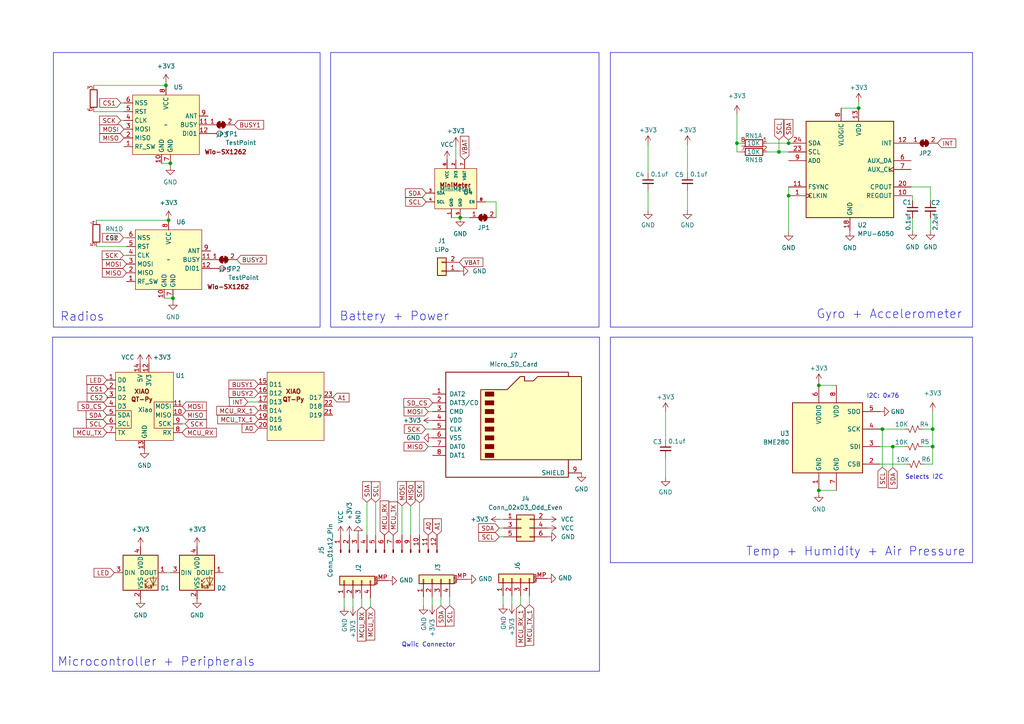
<source format=kicad_sch>
(kicad_sch (version 20250114) (generator "eeschema") (generator_version "9.0")
  (paper "A4")
  (lib_symbols
    (symbol "Connector:Conn_01x12_Pin" (pin_names (offset 1.016) (hide yes))
      (property "Reference" "J" (at 0 15.24 0))
      (property "Value" "Conn_01x12_Pin" (at 0 -17.78 0))
      (symbol "Conn_01x12_Pin_1_1"
        (rectangle (start 0.8636 12.827) (end 0 12.573) (stroke (width 0.1524)) (fill (type outline)))
        (rectangle (start 0.8636 10.287) (end 0 10.033) (stroke (width 0.1524)) (fill (type outline)))
        (rectangle (start 0.8636 7.747) (end 0 7.493) (stroke (width 0.1524)) (fill (type outline)))
        (rectangle (start 0.8636 5.207) (end 0 4.953) (stroke (width 0.1524)) (fill (type outline)))
        (rectangle (start 0.8636 2.667) (end 0 2.413) (stroke (width 0.1524)) (fill (type outline)))
        (rectangle (start 0.8636 0.127) (end 0 -0.127) (stroke (width 0.1524)) (fill (type outline)))
        (rectangle (start 0.8636 -2.413) (end 0 -2.667) (stroke (width 0.1524)) (fill (type outline)))
        (rectangle (start 0.8636 -4.953) (end 0 -5.207) (stroke (width 0.1524)) (fill (type outline)))
        (rectangle (start 0.8636 -7.493) (end 0 -7.747) (stroke (width 0.1524)) (fill (type outline)))
        (rectangle (start 0.8636 -10.033) (end 0 -10.287) (stroke (width 0.1524)) (fill (type outline)))
        (rectangle (start 0.8636 -12.573) (end 0 -12.827) (stroke (width 0.1524)) (fill (type outline)))
        (rectangle (start 0.8636 -15.113) (end 0 -15.367) (stroke (width 0.1524)) (fill (type outline)))
        (polyline (pts (xy 1.27 12.7) (xy 0.8636 12.7)) (stroke (width 0.1524)))
        (polyline (pts (xy 1.27 10.16) (xy 0.8636 10.16)) (stroke (width 0.1524)))
        (polyline (pts (xy 1.27 7.62) (xy 0.8636 7.62)) (stroke (width 0.1524)))
        (polyline (pts (xy 1.27 5.08) (xy 0.8636 5.08)) (stroke (width 0.1524)))
        (polyline (pts (xy 1.27 2.54) (xy 0.8636 2.54)) (stroke (width 0.1524)))
        (polyline (pts (xy 1.27 0) (xy 0.8636 0)) (stroke (width 0.1524)))
        (polyline (pts (xy 1.27 -2.54) (xy 0.8636 -2.54)) (stroke (width 0.1524)))
        (polyline (pts (xy 1.27 -5.08) (xy 0.8636 -5.08)) (stroke (width 0.1524)))
        (polyline (pts (xy 1.27 -7.62) (xy 0.8636 -7.62)) (stroke (width 0.1524)))
        (polyline (pts (xy 1.27 -10.16) (xy 0.8636 -10.16)) (stroke (width 0.1524)))
        (polyline (pts (xy 1.27 -12.7) (xy 0.8636 -12.7)) (stroke (width 0.1524)))
        (polyline (pts (xy 1.27 -15.24) (xy 0.8636 -15.24)) (stroke (width 0.1524)))
        (pin passive line (at 5.08 12.7 180) (length 3.81) (name "Pin_1") (number "1"))
        (pin passive line (at 5.08 10.16 180) (length 3.81) (name "Pin_2") (number "2"))
        (pin passive line (at 5.08 7.62 180) (length 3.81) (name "Pin_3") (number "3"))
        (pin passive line (at 5.08 5.08 180) (length 3.81) (name "Pin_4") (number "4"))
        (pin passive line (at 5.08 2.54 180) (length 3.81) (name "Pin_5") (number "5"))
        (pin passive line (at 5.08 0 180) (length 3.81) (name "Pin_6") (number "6"))
        (pin passive line (at 5.08 -2.54 180) (length 3.81) (name "Pin_7") (number "7"))
        (pin passive line (at 5.08 -5.08 180) (length 3.81) (name "Pin_8") (number "8"))
        (pin passive line (at 5.08 -7.62 180) (length 3.81) (name "Pin_9") (number "9"))
        (pin passive line (at 5.08 -10.16 180) (length 3.81) (name "Pin_10") (number "10"))
        (pin passive line (at 5.08 -12.7 180) (length 3.81) (name "Pin_11") (number "11"))
        (pin passive line (at 5.08 -15.24 180) (length 3.81) (name "Pin_12") (number "12"))
      )
    )
    (symbol "Connector:Micro_SD_Card" (pin_names (offset 1.016))
      (property "Reference" "J" (at -16.51 15.24 0))
      (property "Value" "Micro_SD_Card" (at 16.51 15.24 0))
      (symbol "Micro_SD_Card_0_1"
        (polyline (pts (xy -8.89 -11.43) (xy -8.89 8.89) (xy -1.27 8.89) (xy 2.54 12.7) (xy 3.81 12.7) (xy 3.81 11.43) (xy 6.35 11.43) (xy 7.62 12.7) (xy 20.32 12.7) (xy 20.32 -11.43) (xy -8.89 -11.43)) (stroke (width 0.254)) (fill (type background)))
        (rectangle (start -7.62 8.255) (end -5.08 6.985) (fill (type outline)))
        (rectangle (start -7.62 5.715) (end -5.08 4.445) (fill (type outline)))
        (rectangle (start -7.62 3.175) (end -5.08 1.905) (fill (type outline)))
        (rectangle (start -7.62 0.635) (end -5.08 -0.635) (fill (type outline)))
        (rectangle (start -7.62 -1.905) (end -5.08 -3.175) (fill (type outline)))
        (rectangle (start -7.62 -4.445) (end -5.08 -5.715) (fill (type outline)))
        (rectangle (start -7.62 -6.985) (end -5.08 -8.255) (fill (type outline)))
        (rectangle (start -7.62 -9.525) (end -5.08 -10.795) (fill (type outline)))
        (polyline (pts (xy 16.51 12.7) (xy 16.51 13.97) (xy -19.05 13.97) (xy -19.05 -16.51) (xy 16.51 -16.51) (xy 16.51 -11.43)) (stroke (width 0.254)))
      )
      (symbol "Micro_SD_Card_1_1"
        (pin bidirectional line (at -22.86 7.62 0) (length 3.81) (name "DAT2") (number "1"))
        (pin bidirectional line (at -22.86 5.08 0) (length 3.81) (name "DAT3/CD") (number "2"))
        (pin input line (at -22.86 2.54 0) (length 3.81) (name "CMD") (number "3"))
        (pin power_in line (at -22.86 0 0) (length 3.81) (name "VDD") (number "4"))
        (pin input line (at -22.86 -2.54 0) (length 3.81) (name "CLK") (number "5"))
        (pin power_in line (at -22.86 -5.08 0) (length 3.81) (name "VSS") (number "6"))
        (pin bidirectional line (at -22.86 -7.62 0) (length 3.81) (name "DAT0") (number "7"))
        (pin bidirectional line (at -22.86 -10.16 0) (length 3.81) (name "DAT1") (number "8"))
        (pin passive line (at 20.32 -15.24 180) (length 3.81) (name "SHIELD") (number "9"))
      )
    )
    (symbol "Connector:TestPoint" (pin_numbers (hide yes)) (pin_names (offset 0.762) (hide yes))
      (property "Reference" "TP" (at 0 6.858 0))
      (property "Value" "TestPoint" (at 0 5.08 0))
      (symbol "TestPoint_0_1"
        (circle (center 0 3.302) (radius 0.762))
      )
      (symbol "TestPoint_1_1"
        (pin passive line (at 0 0 90) (length 2.54) (name "1") (number "1"))
      )
    )
    (symbol "Connector_Generic:Conn_01x02" (pin_names (offset 1.016) (hide yes))
      (property "Reference" "J" (at 0 2.54 0))
      (property "Value" "Conn_01x02" (at 0 -5.08 0))
      (symbol "Conn_01x02_1_1"
        (rectangle (start -1.27 1.27) (end 1.27 -3.81) (stroke (width 0.254)) (fill (type background)))
        (rectangle (start -1.27 0.127) (end 0 -0.127) (stroke (width 0.1524)))
        (rectangle (start -1.27 -2.413) (end 0 -2.667) (stroke (width 0.1524)))
        (pin passive line (at -5.08 0 0) (length 3.81) (name "Pin_1") (number "1"))
        (pin passive line (at -5.08 -2.54 0) (length 3.81) (name "Pin_2") (number "2"))
      )
    )
    (symbol "Connector_Generic:Conn_02x03_Odd_Even" (pin_names (offset 1.016) (hide yes))
      (property "Reference" "J" (at 1.27 5.08 0))
      (property "Value" "Conn_02x03_Odd_Even" (at 1.27 -5.08 0))
      (symbol "Conn_02x03_Odd_Even_1_1"
        (rectangle (start -1.27 3.81) (end 3.81 -3.81) (stroke (width 0.254)) (fill (type background)))
        (rectangle (start -1.27 2.667) (end 0 2.413) (stroke (width 0.1524)))
        (rectangle (start -1.27 0.127) (end 0 -0.127) (stroke (width 0.1524)))
        (rectangle (start -1.27 -2.413) (end 0 -2.667) (stroke (width 0.1524)))
        (rectangle (start 3.81 2.667) (end 2.54 2.413) (stroke (width 0.1524)))
        (rectangle (start 3.81 0.127) (end 2.54 -0.127) (stroke (width 0.1524)))
        (rectangle (start 3.81 -2.413) (end 2.54 -2.667) (stroke (width 0.1524)))
        (pin passive line (at -5.08 2.54 0) (length 3.81) (name "Pin_1") (number "1"))
        (pin passive line (at -5.08 0 0) (length 3.81) (name "Pin_3") (number "3"))
        (pin passive line (at -5.08 -2.54 0) (length 3.81) (name "Pin_5") (number "5"))
        (pin passive line (at 7.62 2.54 180) (length 3.81) (name "Pin_2") (number "2"))
        (pin passive line (at 7.62 0 180) (length 3.81) (name "Pin_4") (number "4"))
        (pin passive line (at 7.62 -2.54 180) (length 3.81) (name "Pin_6") (number "6"))
      )
    )
    (symbol "Connector_Generic_MountingPin:Conn_01x04_MountingPin" (pin_names (offset 1.016) (hide yes))
      (property "Reference" "J" (at 0 5.08 0))
      (property "Value" "Conn_01x04_MountingPin" (at 1.27 -7.62 0))
      (symbol "Conn_01x04_MountingPin_1_1"
        (rectangle (start -1.27 3.81) (end 1.27 -6.35) (stroke (width 0.254)) (fill (type background)))
        (rectangle (start -1.27 2.667) (end 0 2.413) (stroke (width 0.1524)))
        (rectangle (start -1.27 0.127) (end 0 -0.127) (stroke (width 0.1524)))
        (rectangle (start -1.27 -2.413) (end 0 -2.667) (stroke (width 0.1524)))
        (rectangle (start -1.27 -4.953) (end 0 -5.207) (stroke (width 0.1524)))
        (polyline (pts (xy -1.016 -7.112) (xy 1.016 -7.112)) (stroke (width 0.1524)))
        (text "Mounting" (at 0 -6.731 0) (effects (font (size 0.381 0.381))))
        (pin passive line (at -5.08 2.54 0) (length 3.81) (name "Pin_1") (number "1"))
        (pin passive line (at -5.08 0 0) (length 3.81) (name "Pin_2") (number "2"))
        (pin passive line (at -5.08 -2.54 0) (length 3.81) (name "Pin_3") (number "3"))
        (pin passive line (at -5.08 -5.08 0) (length 3.81) (name "Pin_4") (number "4"))
        (pin passive line (at 0 -10.16 90) (length 3.048) (name "MountPin") (number "MP"))
      )
    )
    (symbol "Device:C_Small" (pin_numbers (hide yes)) (pin_names (offset 0.254) (hide yes))
      (property "Reference" "C" (at 0.254 1.778 0))
      (property "Value" "C_Small" (at 0.254 -2.032 0))
      (symbol "C_Small_0_1"
        (polyline (pts (xy -1.524 0.508) (xy 1.524 0.508)) (stroke (width 0.3048)))
        (polyline (pts (xy -1.524 -0.508) (xy 1.524 -0.508)) (stroke (width 0.3302)))
      )
      (symbol "C_Small_1_1"
        (pin passive line (at 0 2.54 270) (length 2.032) (name "~") (number "1"))
        (pin passive line (at 0 -2.54 90) (length 2.032) (name "~") (number "2"))
      )
    )
    (symbol "Device:R_Pack04_Split" (pin_names (offset 0) (hide yes))
      (property "Reference" "RN" (at 2.032 0 90))
      (property "Value" "R_Pack04_Split" (at 0 0 90))
      (symbol "R_Pack04_Split_0_1"
        (rectangle (start 1.016 2.54) (end -1.016 -2.54) (stroke (width 0.254)))
      )
      (symbol "R_Pack04_Split_1_1"
        (pin passive line (at 0 3.81 270) (length 1.27) (name "R1.2") (number "8"))
        (pin passive line (at 0 -3.81 90) (length 1.27) (name "R1.1") (number "1"))
      )
      (symbol "R_Pack04_Split_2_1"
        (pin passive line (at 0 3.81 270) (length 1.27) (name "R2.2") (number "7"))
        (pin passive line (at 0 -3.81 90) (length 1.27) (name "R2.1") (number "2"))
      )
      (symbol "R_Pack04_Split_3_1"
        (pin passive line (at 0 3.81 270) (length 1.27) (name "R3.2") (number "6"))
        (pin passive line (at 0 -3.81 90) (length 1.27) (name "R3.1") (number "3"))
      )
      (symbol "R_Pack04_Split_4_1"
        (pin passive line (at 0 3.81 270) (length 1.27) (name "R4.2") (number "5"))
        (pin passive line (at 0 -3.81 90) (length 1.27) (name "R4.1") (number "4"))
      )
    )
    (symbol "Device:R_Small_US" (pin_numbers (hide yes)) (pin_names (offset 0.254) (hide yes))
      (property "Reference" "R" (at 0.762 0.508 0))
      (property "Value" "R_Small_US" (at 0.762 -1.016 0))
      (symbol "R_Small_US_1_1"
        (polyline (pts (xy 0 1.524) (xy 1.016 1.143) (xy 0 0.762) (xy -1.016 0.381) (xy 0 0)))
        (polyline (pts (xy 0 0) (xy 1.016 -0.381) (xy 0 -0.762) (xy -1.016 -1.143) (xy 0 -1.524)))
        (pin passive line (at 0 2.54 270) (length 1.016) (name "~") (number "1"))
        (pin passive line (at 0 -2.54 90) (length 1.016) (name "~") (number "2"))
      )
    )
    (symbol "Jumper:SolderJumper_2_Bridged" (pin_names (offset 0) (hide yes))
      (property "Reference" "JP" (at 0 2.032 0))
      (property "Value" "SolderJumper_2_Bridged" (at 0 -2.54 0))
      (symbol "SolderJumper_2_Bridged_0_1"
        (rectangle (start -0.508 0.508) (end 0.508 -0.508) (fill (type outline)))
        (polyline (pts (xy -0.254 1.016) (xy -0.254 -1.016)))
        (arc (start -0.254 -1.016) (mid -1.2656 0) (end -0.254 1.016))
        (arc (start -0.254 -1.016) (mid -1.2656 0) (end -0.254 1.016) (fill (type outline)))
        (arc (start 0.254 1.016) (mid 1.2656 0) (end 0.254 -1.016))
        (arc (start 0.254 1.016) (mid 1.2656 0) (end 0.254 -1.016) (fill (type outline)))
        (polyline (pts (xy 0.254 1.016) (xy 0.254 -1.016)))
      )
      (symbol "SolderJumper_2_Bridged_1_1"
        (pin passive line (at -3.81 0 0) (length 2.54) (name "A") (number "1"))
        (pin passive line (at 3.81 0 180) (length 2.54) (name "B") (number "2"))
      )
    )
    (symbol "LED:SK6812MINI" (pin_names (offset 0.254))
      (property "Reference" "D" (at 5.08 5.715 0))
      (property "Value" "SK6812MINI" (at 1.27 -5.715 0))
      (symbol "SK6812MINI_0_0"
        (text "RGB" (at 2.286 -4.191 0) (effects (font (size 0.762 0.762))))
      )
      (symbol "SK6812MINI_0_1"
        (polyline (pts (xy 1.27 -2.54) (xy 1.778 -2.54)))
        (polyline (pts (xy 1.27 -3.556) (xy 1.778 -3.556)))
        (polyline (pts (xy 2.286 -1.524) (xy 1.27 -2.54) (xy 1.27 -2.032)))
        (polyline (pts (xy 2.286 -2.54) (xy 1.27 -3.556) (xy 1.27 -3.048)))
        (polyline (pts (xy 3.683 -1.016) (xy 3.683 -3.556) (xy 3.683 -4.064)))
        (polyline (pts (xy 4.699 -1.524) (xy 2.667 -1.524) (xy 3.683 -3.556) (xy 4.699 -1.524)))
        (polyline (pts (xy 4.699 -3.556) (xy 2.667 -3.556)))
        (rectangle (start 5.08 5.08) (end -5.08 -5.08) (stroke (width 0.254)) (fill (type background)))
      )
      (symbol "SK6812MINI_1_1"
        (pin input line (at -7.62 0 0) (length 2.54) (name "DIN") (number "3"))
        (pin power_in line (at 0 7.62 270) (length 2.54) (name "VDD") (number "4"))
        (pin power_in line (at 0 -7.62 90) (length 2.54) (name "VSS") (number "2"))
        (pin output line (at 7.62 0 180) (length 2.54) (name "DOUT") (number "1"))
      )
    )
    (symbol "MicroControllers:XIAO / QT-Py ESP32"
      (property "Reference" "U1" (at 10.414 8.89 0))
      (property "Value" "Xiao" (at 0.254 -1.016 0))
      (symbol "XIAO / QT-Py ESP32_1_1"
        (rectangle (start -8.382 9.906) (end 8.382 -9.906) (fill (type background)))
        (polyline (pts (xy -8.382 -6.35) (xy -3.81 -6.35) (xy -3.81 -1.27) (xy -8.382 -1.27)))
        (polyline (pts (xy 8.382 1.27) (xy 2.794 1.27) (xy 2.794 -6.35) (xy 8.382 -6.35)))
        (rectangle (start 35.56 9.906) (end 52.07 -9.906) (fill (type background)))
        (text "XIAO" (at -0.762 4.318 0) (effects (font (size 1.27 1.27) (bold yes))))
        (text "QT-Py" (at -0.762 2.032 0) (effects (font (size 1.27 1.27) (bold yes))))
        (text "XIAO" (at 43.18 4.318 0) (effects (font (size 1.27 1.27) (bold yes))))
        (text "QT-Py" (at 43.18 2.032 0) (effects (font (size 1.27 1.27) (bold yes))))
        (pin bidirectional line (at -10.922 7.62 0) (length 2.54) (name "D0") (number "1"))
        (pin bidirectional line (at -10.922 5.08 0) (length 2.54) (name "D1") (number "2"))
        (pin bidirectional line (at -10.922 2.54 0) (length 2.54) (name "D2") (number "3"))
        (pin bidirectional line (at -10.922 0 0) (length 2.54) (name "D3") (number "4"))
        (pin bidirectional line (at -10.922 -2.54 0) (length 2.54) (name "SDA") (number "5"))
        (pin bidirectional line (at -10.922 -5.08 0) (length 2.54) (name "SCL") (number "6"))
        (pin bidirectional line (at -10.922 -7.62 0) (length 2.54) (name "TX") (number "7"))
        (pin power_in line (at -1.27 12.446 270) (length 2.54) (name "5V") (number "14"))
        (pin bidirectional line (at 0 -12.446 90) (length 2.54) (name "GND") (number "13"))
        (pin power_out line (at 1.27 12.446 270) (length 2.54) (name "3V3") (number "12"))
        (pin bidirectional line (at 10.922 0 180) (length 2.54) (name "MOSI") (number "11"))
        (pin bidirectional line (at 10.922 -2.54 180) (length 2.54) (name "MISO") (number "10"))
        (pin bidirectional line (at 10.922 -5.08 180) (length 2.54) (name "SCK") (number "9"))
        (pin bidirectional line (at 10.922 -7.62 180) (length 2.54) (name "RX") (number "8"))
        (pin bidirectional line (at 33.02 6.35 0) (length 2.54) (name "D11") (number "15"))
        (pin bidirectional line (at 33.02 3.81 0) (length 2.54) (name "D12") (number "16"))
        (pin bidirectional line (at 33.02 1.27 0) (length 2.54) (name "D13") (number "17"))
        (pin bidirectional line (at 33.02 -1.27 0) (length 2.54) (name "D14") (number "18"))
        (pin bidirectional line (at 33.02 -3.81 0) (length 2.54) (name "D15") (number "19"))
        (pin bidirectional line (at 33.02 -6.35 0) (length 2.54) (name "D16") (number "20"))
        (pin bidirectional line (at 54.61 2.54 180) (length 2.54) (name "D17") (number "23"))
        (pin bidirectional line (at 54.61 0 180) (length 2.54) (name "D18") (number "22"))
        (pin bidirectional line (at 54.61 -2.54 180) (length 2.54) (name "D19") (number "21"))
      )
    )
    (symbol "PicoCharge:MiniMeter"
      (property "Reference" "U" (at 3.556 -1.016 0))
      (symbol "MiniMeter_1_1"
        (rectangle (start -6.096 5.842) (end 6.096 -5.842) (fill (type background)))
        (text "MiniMeter" (at -4.826 1.016 0) (effects (font (size 1.27 1.27) (bold yes)) (justify left)))
        (pin input line (at -8.636 -1.27 0) (length 2.54) (name "SDA") (number "3"))
        (pin output line (at -8.636 -3.81 0) (length 2.54) (name "SCL") (number "4"))
        (pin power_in line (at -2.54 8.382 270) (length 2.54) (name "VCC") (number "6"))
        (pin passive line (at -1.27 -8.382 90) (length 2.54) (name "GND") (number "1"))
        (pin power_out line (at 0 8.382 270) (length 2.54) (name "3V3") (number "2"))
        (pin passive line (at 1.27 -8.382 90) (length 2.54) (name "GND") (number "5"))
        (pin power_in line (at 2.54 8.382 270) (length 2.54) (name "VBAT") (number "7"))
        (pin passive line (at 8.636 -3.81 180) (length 2.54) (name "EN") (number "8"))
      )
    )
    (symbol "Seeed:Wio-SX1262"
      (property "Reference" "U" (at 0 0 0))
      (symbol "Wio-SX1262_0_0"
        (pin unspecified line (at -12.192 6.35 0) (length 2.54) (name "NSS") (number "6"))
        (pin unspecified line (at -12.192 3.81 0) (length 2.54) (name "RST") (number "5"))
        (pin unspecified line (at -12.192 1.27 0) (length 2.54) (name "CLK") (number "4"))
        (pin unspecified line (at -12.192 -1.27 0) (length 2.54) (name "MOSI") (number "3"))
        (pin unspecified line (at -12.192 -3.81 0) (length 2.54) (name "MISO") (number "2"))
        (pin unspecified line (at -12.192 -6.35 0) (length 2.54) (name "RF_SW") (number "1"))
        (pin unspecified line (at -1.27 -11.176 90) (length 2.54) (name "GND") (number "10"))
        (pin power_in line (at 0 11.176 270) (length 2.54) (name "VCC") (number "8"))
        (pin power_in line (at 1.27 -11.176 90) (length 2.54) (name "GND") (number "7"))
        (pin unspecified line (at 12.192 2.54 180) (length 2.54) (name "ANT") (number "9"))
        (pin unspecified line (at 12.192 0 180) (length 2.54) (name "BUSY") (number "11"))
        (pin unspecified line (at 12.192 -2.54 180) (length 2.54) (name "DI01") (number "12"))
      )
      (symbol "Wio-SX1262_1_1"
        (rectangle (start -9.652 8.636) (end 9.652 -8.636) (fill (type background)))
        (text "Wio-SX1262" (at 17.272 -7.874 0) (effects (font (size 1.27 1.27) (bold yes))))
      )
    )
    (symbol "Sensor:BME280"
      (property "Reference" "U" (at -8.89 11.43 0))
      (property "Value" "BME280" (at 7.62 11.43 0))
      (symbol "BME280_0_1"
        (rectangle (start -10.16 10.16) (end 10.16 -10.16) (stroke (width 0.254)) (fill (type background)))
      )
      (symbol "BME280_1_1"
        (pin power_in line (at -2.54 15.24 270) (length 5.08) (name "VDDIO") (number "6"))
        (pin power_in line (at -2.54 -15.24 90) (length 5.08) (name "GND") (number "1"))
        (pin power_in line (at 2.54 15.24 270) (length 5.08) (name "VDD") (number "8"))
        (pin power_in line (at 2.54 -15.24 90) (length 5.08) (name "GND") (number "7"))
        (pin bidirectional line (at 15.24 7.62 180) (length 5.08) (name "SDO") (number "5"))
        (pin input line (at 15.24 2.54 180) (length 5.08) (name "SCK") (number "4"))
        (pin bidirectional line (at 15.24 -2.54 180) (length 5.08) (name "SDI") (number "3"))
        (pin input line (at 15.24 -7.62 180) (length 5.08) (name "CSB") (number "2"))
      )
    )
    (symbol "Sensor_Motion:MPU-6050"
      (property "Reference" "U" (at -11.43 13.97 0))
      (property "Value" "MPU-6050" (at 7.62 -15.24 0))
      (symbol "MPU-6050_0_0"
        (text "" (at 12.7 -2.54 0) (effects (font (size 1.27 1.27))))
      )
      (symbol "MPU-6050_0_1"
        (rectangle (start -12.7 13.97) (end 12.7 -13.97) (stroke (width 0.254)) (fill (type background)))
      )
      (symbol "MPU-6050_1_1"
        (pin bidirectional line (at -17.78 7.62 0) (length 5.08) (name "SDA") (number "24"))
        (pin input line (at -17.78 5.08 0) (length 5.08) (name "SCL") (number "23"))
        (pin input line (at -17.78 2.54 0) (length 5.08) (name "AD0") (number "9"))
        (pin input line (at -17.78 -5.08 0) (length 5.08) (name "FSYNC") (number "11"))
        (pin input clock (at -17.78 -7.62 0) (length 5.08) (name "CLKIN") (number "1"))
        (pin no_connect line (at -12.7 12.7 0) (length 2.54) (hide yes) (name "NC") (number "2"))
        (pin no_connect line (at -12.7 10.16 0) (length 2.54) (hide yes) (name "NC") (number "3"))
        (pin no_connect line (at -12.7 0 0) (length 2.54) (hide yes) (name "NC") (number "4"))
        (pin no_connect line (at -12.7 -2.54 0) (length 2.54) (hide yes) (name "NC") (number "5"))
        (pin no_connect line (at -12.7 -10.16 0) (length 2.54) (hide yes) (name "NC") (number "14"))
        (pin power_in line (at -2.54 17.78 270) (length 3.81) (name "VLOGIC") (number "8"))
        (pin power_in line (at 0 -17.78 90) (length 3.81) (name "GND") (number "18"))
        (pin power_in line (at 2.54 17.78 270) (length 3.81) (name "VDD") (number "13"))
        (pin no_connect line (at 12.7 12.7 180) (length 2.54) (hide yes) (name "NC") (number "15"))
        (pin no_connect line (at 12.7 10.16 180) (length 2.54) (hide yes) (name "NC") (number "16"))
        (pin no_connect line (at 12.7 5.08 180) (length 2.54) (hide yes) (name "NC") (number "17"))
        (pin no_connect line (at 12.7 -2.54 180) (length 2.54) (hide yes) (name "RESV") (number "21"))
        (pin no_connect line (at 12.7 -10.16 180) (length 2.54) (hide yes) (name "RESV") (number "19"))
        (pin no_connect line (at 12.7 -12.7 180) (length 2.54) (hide yes) (name "RESV") (number "22"))
        (pin output line (at 17.78 7.62 180) (length 5.08) (name "INT") (number "12"))
        (pin bidirectional line (at 17.78 2.54 180) (length 5.08) (name "AUX_DA") (number "6"))
        (pin output clock (at 17.78 0 180) (length 5.08) (name "AUX_CL") (number "7"))
        (pin passive line (at 17.78 -5.08 180) (length 5.08) (name "CPOUT") (number "20"))
        (pin passive line (at 17.78 -7.62 180) (length 5.08) (name "REGOUT") (number "10"))
      )
    )
    (symbol "Wio-SX1262_1"
      (property "Reference" "U" (at 0 0 0))
      (symbol "Wio-SX1262_1_0_0"
        (pin unspecified line (at -12.192 6.35 0) (length 2.54) (name "NSS") (number "6"))
        (pin unspecified line (at -12.192 3.81 0) (length 2.54) (name "RST") (number "5"))
        (pin unspecified line (at -12.192 1.27 0) (length 2.54) (name "CLK") (number "4"))
        (pin unspecified line (at -12.192 -1.27 0) (length 2.54) (name "MOSI") (number "3"))
        (pin unspecified line (at -12.192 -3.81 0) (length 2.54) (name "MISO") (number "2"))
        (pin unspecified line (at -12.192 -6.35 0) (length 2.54) (name "RF_SW") (number "1"))
        (pin unspecified line (at -1.27 -11.176 90) (length 2.54) (name "GND") (number "10"))
        (pin power_in line (at 0 11.176 270) (length 2.54) (name "VCC") (number "8"))
        (pin power_in line (at 1.27 -11.176 90) (length 2.54) (name "GND") (number "7"))
        (pin unspecified line (at 12.192 2.54 180) (length 2.54) (name "ANT") (number "9"))
        (pin unspecified line (at 12.192 0 180) (length 2.54) (name "BUSY") (number "11"))
        (pin unspecified line (at 12.192 -2.54 180) (length 2.54) (name "DI01") (number "12"))
      )
      (symbol "Wio-SX1262_1_1_1"
        (rectangle (start -9.652 8.636) (end 9.652 -8.636) (fill (type background)))
        (text "Wio-SX1262" (at 17.272 -7.874 0) (effects (font (size 1.27 1.27) (bold yes))))
      )
    )
    (symbol "power:+3V3" (power) (pin_names (offset 0))
      (property "Value" "+3V3" (at 0 3.556 0))
      (symbol "+3V3_0_1"
        (polyline (pts (xy -0.762 1.27) (xy 0 2.54)))
        (polyline (pts (xy 0 2.54) (xy 0.762 1.27)))
        (polyline (pts (xy 0 0) (xy 0 2.54)))
      )
      (symbol "+3V3_1_1"
        (pin power_in line (at 0 0 90) (length 0) (hide yes) (name "+3V3") (number "1"))
      )
    )
    (symbol "power:GND" (power) (pin_names (offset 0))
      (property "Value" "GND" (at 0 -3.81 0))
      (symbol "GND_0_1"
        (polyline (pts (xy 0 0) (xy 0 -1.27) (xy 1.27 -1.27) (xy 0 -2.54) (xy -1.27 -1.27) (xy 0 -1.27)))
      )
      (symbol "GND_1_1"
        (pin power_in line (at 0 0 270) (length 0) (hide yes) (name "GND") (number "1"))
      )
    )
    (symbol "power:VCC" (power) (pin_names (offset 0))
      (property "Value" "VCC" (at 0 3.81 0))
      (symbol "VCC_0_1"
        (polyline (pts (xy -0.762 1.27) (xy 0 2.54)))
        (polyline (pts (xy 0 2.54) (xy 0.762 1.27)))
        (polyline (pts (xy 0 0) (xy 0 2.54)))
      )
      (symbol "VCC_1_1"
        (pin power_in line (at 0 0 90) (length 0) (hide yes) (name "VCC") (number "1"))
      )
    )
  )
  (rectangle (start 15.494 15.24) (end 92.837 94.869))
  (rectangle (start 95.885 15.24) (end 173.736 94.869))
  (text "Radios" (at 17.399 93.472 0) (effects (font (size 2.54 2.54)) (justify left bottom)))
  (text "Microcontroller + Peripherals" (at 16.637 193.548 0) (effects (font (size 2.54 2.54)) (justify left bottom)))
  (text "I2C: 0x76" (at 251.333 115.697 0) (effects (font (size 1.27 1.27)) (justify left bottom)))
  (text "Gyro + Accelerometer" (at 236.728 92.71 0) (effects (font (size 2.54 2.54)) (justify left bottom)))
  (text "Temp + Humidity + Air Pressure" (at 216.281 161.544 0) (effects (font (size 2.54 2.54)) (justify left bottom)))
  (text "Selects I2C" (at 262.509 139.192 0) (effects (font (size 1.27 1.27)) (justify left bottom)))
  (text "Battery + Power" (at 98.425 93.345 0) (effects (font (size 2.54 2.54)) (justify left bottom)))
  (text "Qwiic Connector" (at 116.459 187.833 0) (effects (font (size 1.27 1.27)) (justify left bottom)))
  (junction (at 225.933 44.069))
  (junction (at 48.133 24.765))
  (junction (at 255.905 124.46))
  (junction (at 237.49 142.24))
  (junction (at 133.477 63.119))
  (junction (at 50.165 86.487))
  (junction (at 228.727 56.769))
  (junction (at 258.953 129.54))
  (junction (at 237.49 111.76))
  (junction (at 49.403 47.371))
  (junction (at 228.727 41.529))
  (junction (at 270.51 129.54))
  (junction (at 213.741 41.529))
  (junction (at 48.895 63.881))
  (junction (at 249.047 31.369))
  (junction (at 270.51 124.46))
  (wire (pts (xy 243.967 31.369) (xy 249.047 31.369)))
  (wire (pts (xy 213.741 33.147) (xy 213.741 41.529)))
  (wire (pts (xy 148.463 175.387) (xy 148.463 172.847)))
  (wire (pts (xy 249.047 29.591) (xy 249.047 31.369)))
  (polyline (pts (xy 15.24 194.691) (xy 173.863 194.691)))
  (wire (pts (xy 49.403 48.133) (xy 49.403 47.371)))
  (wire (pts (xy 193.04 119.38) (xy 193.04 127.635)))
  (polyline (pts (xy 15.24 97.79) (xy 15.24 194.691)))
  (wire (pts (xy 106.426 145.669) (xy 106.426 155.194)))
  (wire (pts (xy 48.895 63.881) (xy 48.895 64.135)))
  (wire (pts (xy 145.034 150.622) (xy 146.05 150.622)))
  (wire (pts (xy 237.49 110.998) (xy 237.49 111.76)))
  (wire (pts (xy 264.668 56.769) (xy 264.287 56.769)))
  (wire (pts (xy 264.668 58.166) (xy 264.668 56.769)))
  (polyline (pts (xy 173.863 97.79) (xy 173.863 194.691)))
  (wire (pts (xy 222.504 44.069) (xy 225.933 44.069)))
  (wire (pts (xy 71.882 116.586) (xy 74.93 116.586)))
  (wire (pts (xy 27.178 32.385) (xy 35.941 32.385)))
  (wire (pts (xy 107.442 176.022) (xy 107.442 173.482)))
  (wire (pts (xy 48.133 24.13) (xy 48.133 24.765)))
  (wire (pts (xy 35.052 34.925) (xy 35.941 34.925)))
  (wire (pts (xy 124.206 129.54) (xy 125.476 129.54)))
  (wire (pts (xy 213.741 41.529) (xy 213.741 44.069)))
  (wire (pts (xy 237.49 143.002) (xy 237.49 142.24)))
  (wire (pts (xy 102.362 176.022) (xy 102.362 173.482)))
  (wire (pts (xy 27.94 63.881) (xy 48.895 63.881)))
  (wire (pts (xy 228.727 40.64) (xy 228.727 41.529)))
  (wire (pts (xy 199.39 41.91) (xy 199.39 50.165)))
  (polyline (pts (xy 173.863 97.79) (xy 15.24 97.79)))
  (polyline (pts (xy 177.038 15.24) (xy 177.038 94.869)))
  (wire (pts (xy 48.133 24.765) (xy 48.133 25.019)))
  (wire (pts (xy 108.966 145.669) (xy 108.966 155.194)))
  (wire (pts (xy 130.429 175.641) (xy 130.429 173.101)))
  (wire (pts (xy 267.589 129.54) (xy 270.51 129.54)))
  (wire (pts (xy 127.889 173.101) (xy 127.889 175.641)))
  (wire (pts (xy 222.504 41.529) (xy 228.727 41.529)))
  (wire (pts (xy 237.49 142.24) (xy 242.57 142.24)))
  (wire (pts (xy 122.809 175.641) (xy 122.809 173.101)))
  (wire (pts (xy 255.27 124.46) (xy 255.905 124.46)))
  (wire (pts (xy 35.814 74.041) (xy 36.703 74.041)))
  (wire (pts (xy 246.507 66.929) (xy 246.507 67.183)))
  (wire (pts (xy 199.39 55.245) (xy 199.39 60.96)))
  (wire (pts (xy 193.04 132.715) (xy 193.04 138.43)))
  (wire (pts (xy 123.444 124.46) (xy 125.476 124.46)))
  (wire (pts (xy 255.27 134.62) (xy 262.89 134.62)))
  (wire (pts (xy 104.902 173.482) (xy 104.902 176.022)))
  (wire (pts (xy 53.721 122.936) (xy 52.832 122.936)))
  (wire (pts (xy 187.96 41.91) (xy 187.96 50.165)))
  (wire (pts (xy 237.49 111.76) (xy 242.57 111.76)))
  (wire (pts (xy 151.003 172.847) (xy 151.003 175.387)))
  (wire (pts (xy 255.905 124.46) (xy 262.509 124.46)))
  (wire (pts (xy 267.97 134.62) (xy 270.51 134.62)))
  (wire (pts (xy 50.165 86.487) (xy 47.625 86.487)))
  (wire (pts (xy 125.349 175.641) (xy 125.349 173.101)))
  (wire (pts (xy 143.891 58.547) (xy 140.843 58.547)))
  (wire (pts (xy 49.403 47.371) (xy 46.863 47.371)))
  (wire (pts (xy 213.741 44.069) (xy 214.884 44.069)))
  (wire (pts (xy 255.27 129.54) (xy 258.953 129.54)))
  (wire (pts (xy 144.78 153.162) (xy 146.05 153.162)))
  (wire (pts (xy 136.271 63.119) (xy 133.477 63.119)))
  (wire (pts (xy 258.953 135.636) (xy 258.953 129.54)))
  (polyline (pts (xy 177.038 97.79) (xy 282.067 97.79)))
  (wire (pts (xy 228.727 54.229) (xy 228.727 56.769)))
  (wire (pts (xy 258.953 129.54) (xy 262.509 129.54)))
  (wire (pts (xy 228.727 67.183) (xy 228.727 56.769)))
  (wire (pts (xy 132.207 42.418) (xy 132.207 46.355)))
  (wire (pts (xy 50.165 87.249) (xy 50.165 86.487)))
  (polyline (pts (xy 282.067 163.195) (xy 177.038 163.195)))
  (wire (pts (xy 121.666 145.796) (xy 121.666 155.194)))
  (wire (pts (xy 116.586 146.685) (xy 116.586 155.194)))
  (wire (pts (xy 255.905 135.509) (xy 255.905 124.46)))
  (wire (pts (xy 267.589 124.46) (xy 270.51 124.46)))
  (wire (pts (xy 213.741 41.529) (xy 214.884 41.529)))
  (wire (pts (xy 31.369 115.316) (xy 30.988 115.316)))
  (wire (pts (xy 269.875 54.229) (xy 269.875 58.166)))
  (wire (pts (xy 269.875 66.929) (xy 269.875 63.246)))
  (wire (pts (xy 187.96 55.245) (xy 187.96 60.96)))
  (wire (pts (xy 153.543 175.387) (xy 153.543 172.847)))
  (wire (pts (xy 27.94 71.501) (xy 36.703 71.501)))
  (wire (pts (xy 225.933 44.069) (xy 228.727 44.069)))
  (wire (pts (xy 264.668 66.929) (xy 264.668 63.246)))
  (wire (pts (xy 144.78 155.702) (xy 146.05 155.702)))
  (wire (pts (xy 35.052 29.845) (xy 35.941 29.845)))
  (polyline (pts (xy 177.038 94.869) (xy 282.067 94.869)))
  (wire (pts (xy 35.814 68.961) (xy 36.703 68.961)))
  (wire (pts (xy 27.178 24.765) (xy 48.133 24.765)))
  (polyline (pts (xy 282.067 97.79) (xy 282.067 163.195)))
  (wire (pts (xy 225.933 40.513) (xy 225.933 44.069)))
  (wire (pts (xy 264.287 54.229) (xy 269.875 54.229)))
  (wire (pts (xy 124.206 119.38) (xy 125.476 119.38)))
  (wire (pts (xy 31.369 112.776) (xy 30.988 112.776)))
  (wire (pts (xy 130.937 63.119) (xy 133.477 63.119)))
  (wire (pts (xy 270.51 119.38) (xy 270.51 124.46)))
  (wire (pts (xy 270.51 124.46) (xy 270.51 129.54)))
  (wire (pts (xy 270.51 134.62) (xy 270.51 129.54)))
  (wire (pts (xy 49.53 166.116) (xy 48.387 166.116)))
  (wire (pts (xy 145.923 175.387) (xy 145.923 172.847)))
  (polyline (pts (xy 282.067 94.869) (xy 282.067 15.24)))
  (wire (pts (xy 143.891 63.119) (xy 143.891 58.547)))
  (polyline (pts (xy 282.067 15.24) (xy 177.038 15.24)))
  (polyline (pts (xy 177.038 163.195) (xy 177.038 97.79)))
  (wire (pts (xy 48.895 63.754) (xy 48.895 63.881)))
  (wire (pts (xy 119.126 146.685) (xy 119.126 155.194)))
  (wire (pts (xy 99.822 176.022) (xy 99.822 173.482)))
  (global_label "MOSI" (shape input) (at 116.586 146.685 90) (property "Intersheetrefs" "${INTERSHEET_REFS}" (effects (hide yes))))
  (global_label "MISO" (shape input) (at 35.941 40.005 180) (property "Intersheetrefs" "${INTERSHEET_REFS}" (effects (hide yes))))
  (global_label "SDA" (shape input) (at 228.727 40.64 90) (property "Intersheetrefs" "${INTERSHEET_REFS}" (effects (hide yes))))
  (global_label "A0" (shape input) (at 124.206 155.194 90) (property "Intersheetrefs" "${INTERSHEET_REFS}" (effects (hide yes))))
  (global_label "MOSI" (shape input) (at 36.703 76.581 180) (property "Intersheetrefs" "${INTERSHEET_REFS}" (effects (hide yes))))
  (global_label "MCU_RX" (shape input) (at 52.832 125.476 0) (property "Intersheetrefs" "${INTERSHEET_REFS}" (effects (hide yes))))
  (global_label "CS1" (shape input) (at 35.052 29.845 180) (property "Intersheetrefs" "${INTERSHEET_REFS}" (effects (hide yes))))
  (global_label "MCU_TX" (shape input) (at 107.442 176.022 270) (property "Intersheetrefs" "${INTERSHEET_REFS}" (effects (hide yes))))
  (global_label "CS1" (shape input) (at 31.369 112.776 180) (property "Intersheetrefs" "${INTERSHEET_REFS}" (effects (hide yes))))
  (global_label "BUSY1" (shape input) (at 67.945 36.195 0) (property "Intersheetrefs" "${INTERSHEET_REFS}" (effects (hide yes))))
  (global_label "SCL" (shape input) (at 225.933 40.513 90) (property "Intersheetrefs" "${INTERSHEET_REFS}" (effects (hide yes))))
  (global_label "MISO" (shape input) (at 36.703 79.121 180) (property "Intersheetrefs" "${INTERSHEET_REFS}" (effects (hide yes))))
  (global_label "SDA" (shape input) (at 144.78 153.162 180) (property "Intersheetrefs" "${INTERSHEET_REFS}" (effects (hide yes))))
  (global_label "BUSY1" (shape input) (at 74.93 111.506 180) (property "Intersheetrefs" "${INTERSHEET_REFS}" (effects (hide yes))))
  (global_label "MCU_RX_1" (shape input) (at 151.003 175.387 270) (property "Intersheetrefs" "${INTERSHEET_REFS}" (effects (hide yes))))
  (global_label "MCU_RX" (shape input) (at 104.902 176.022 270) (property "Intersheetrefs" "${INTERSHEET_REFS}" (effects (hide yes))))
  (global_label "MCU_TX_1" (shape input) (at 153.543 175.387 270) (property "Intersheetrefs" "${INTERSHEET_REFS}" (effects (hide yes))))
  (global_label "A0" (shape input) (at 74.93 124.206 180) (property "Intersheetrefs" "${INTERSHEET_REFS}" (effects (hide yes))))
  (global_label "SDA" (shape input) (at 258.953 135.636 270) (property "Intersheetrefs" "${INTERSHEET_REFS}" (effects (hide yes))))
  (global_label "MCU_TX" (shape input) (at 114.046 155.194 90) (property "Intersheetrefs" "${INTERSHEET_REFS}" (effects (hide yes))))
  (global_label "SCL" (shape input) (at 30.988 122.936 180) (property "Intersheetrefs" "${INTERSHEET_REFS}" (effects (hide yes))))
  (global_label "SCK" (shape input) (at 123.444 124.46 180) (property "Intersheetrefs" "${INTERSHEET_REFS}" (effects (hide yes))))
  (global_label "SCL" (shape input) (at 108.966 145.669 90) (property "Intersheetrefs" "${INTERSHEET_REFS}" (effects (hide yes))))
  (global_label "SCL" (shape input) (at 123.571 58.547 180) (property "Intersheetrefs" "${INTERSHEET_REFS}" (effects (hide yes))))
  (global_label "SCK" (shape input) (at 53.721 122.936 0) (property "Intersheetrefs" "${INTERSHEET_REFS}" (effects (hide yes))))
  (global_label "BUSY2" (shape input) (at 74.93 114.046 180) (property "Intersheetrefs" "${INTERSHEET_REFS}" (effects (hide yes))))
  (global_label "LED" (shape input) (at 33.147 166.116 180) (property "Intersheetrefs" "${INTERSHEET_REFS}" (effects (hide yes))))
  (global_label "MISO" (shape input) (at 124.206 129.54 180) (property "Intersheetrefs" "${INTERSHEET_REFS}" (effects (hide yes))))
  (global_label "MCU_RX_1" (shape input) (at 74.93 119.126 180) (property "Intersheetrefs" "${INTERSHEET_REFS}" (effects (hide yes))))
  (global_label "SDA" (shape input) (at 127.889 175.641 270) (property "Intersheetrefs" "${INTERSHEET_REFS}" (effects (hide yes))))
  (global_label "SCL" (shape input) (at 255.905 135.509 270) (property "Intersheetrefs" "${INTERSHEET_REFS}" (effects (hide yes))))
  (global_label "SCL" (shape input) (at 144.78 155.702 180) (property "Intersheetrefs" "${INTERSHEET_REFS}" (effects (hide yes))))
  (global_label "VBAT" (shape input) (at 134.747 46.355 90) (property "Intersheetrefs" "${INTERSHEET_REFS}" (effects (hide yes))))
  (global_label "SDA" (shape input) (at 123.571 56.007 180) (property "Intersheetrefs" "${INTERSHEET_REFS}" (effects (hide yes))))
  (global_label "INT" (shape input) (at 71.882 116.586 180) (property "Intersheetrefs" "${INTERSHEET_REFS}" (effects (hide yes))))
  (global_label "A1" (shape input) (at 96.52 115.316 0) (property "Intersheetrefs" "${INTERSHEET_REFS}" (effects (hide yes))))
  (global_label "MOSI" (shape input) (at 35.941 37.465 180) (property "Intersheetrefs" "${INTERSHEET_REFS}" (effects (hide yes))))
  (global_label "SCL" (shape input) (at 130.429 175.641 270) (property "Intersheetrefs" "${INTERSHEET_REFS}" (effects (hide yes))))
  (global_label "SCK" (shape input) (at 35.814 74.041 180) (property "Intersheetrefs" "${INTERSHEET_REFS}" (effects (hide yes))))
  (global_label "MCU_RX" (shape input) (at 111.506 155.194 90) (property "Intersheetrefs" "${INTERSHEET_REFS}" (effects (hide yes))))
  (global_label "LED" (shape input) (at 30.988 110.236 180) (property "Intersheetrefs" "${INTERSHEET_REFS}" (effects (hide yes))))
  (global_label "MCU_TX_1" (shape input) (at 74.93 121.666 180) (property "Intersheetrefs" "${INTERSHEET_REFS}" (effects (hide yes))))
  (global_label "SD_CS" (shape input) (at 30.988 117.856 180) (property "Intersheetrefs" "${INTERSHEET_REFS}" (effects (hide yes))))
  (global_label "SDA" (shape input) (at 30.988 120.396 180) (property "Intersheetrefs" "${INTERSHEET_REFS}" (effects (hide yes))))
  (global_label "A1" (shape input) (at 126.746 155.194 90) (property "Intersheetrefs" "${INTERSHEET_REFS}" (effects (hide yes))))
  (global_label "MCU_TX" (shape input) (at 30.988 125.476 180) (property "Intersheetrefs" "${INTERSHEET_REFS}" (effects (hide yes))))
  (global_label "INT" (shape input) (at 271.907 41.529 0) (property "Intersheetrefs" "${INTERSHEET_REFS}" (effects (hide yes))))
  (global_label "MOSI" (shape input) (at 124.206 119.38 180) (property "Intersheetrefs" "${INTERSHEET_REFS}" (effects (hide yes))))
  (global_label "SCK" (shape input) (at 35.052 34.925 180) (property "Intersheetrefs" "${INTERSHEET_REFS}" (effects (hide yes))))
  (global_label "CS2" (shape input) (at 35.814 68.961 180) (property "Intersheetrefs" "${INTERSHEET_REFS}" (effects (hide yes))))
  (global_label "MOSI" (shape input) (at 52.832 117.856 0) (property "Intersheetrefs" "${INTERSHEET_REFS}" (effects (hide yes))))
  (global_label "MISO" (shape input) (at 52.832 120.396 0) (property "Intersheetrefs" "${INTERSHEET_REFS}" (effects (hide yes))))
  (global_label "SDA" (shape input) (at 106.426 145.669 90) (property "Intersheetrefs" "${INTERSHEET_REFS}" (effects (hide yes))))
  (global_label "VBAT" (shape input) (at 133.223 76.073 0) (property "Intersheetrefs" "${INTERSHEET_REFS}" (effects (hide yes))))
  (global_label "SD_CS" (shape input) (at 125.476 116.84 180) (property "Intersheetrefs" "${INTERSHEET_REFS}" (effects (hide yes))))
  (global_label "BUSY2" (shape input) (at 68.707 75.311 0) (property "Intersheetrefs" "${INTERSHEET_REFS}" (effects (hide yes))))
  (global_label "CS2" (shape input) (at 31.369 115.316 180) (property "Intersheetrefs" "${INTERSHEET_REFS}" (effects (hide yes))))
  (global_label "SCK" (shape input) (at 121.666 145.796 90) (property "Intersheetrefs" "${INTERSHEET_REFS}" (effects (hide yes))))
  (global_label "MISO" (shape input) (at 119.126 146.685 90) (property "Intersheetrefs" "${INTERSHEET_REFS}" (effects (hide yes))))
  (symbol (lib_id "Connector_Generic:Conn_02x03_Odd_Even") (at 151.13 153.162 0) (unit 1)
    (property "Reference" "J4" (at 152.4 144.653 0))
    (property "Value" "Conn_02x03_Odd_Even" (at 152.4 147.193 0))
  )
  (symbol (lib_id "power:GND") (at 99.822 176.022 0) (unit 1)
    (property "Reference" "#PWR030" (effects (hide yes)))
    (property "Value" "GND" (at 99.949 179.2732 90) (effects (justify right)))
  )
  (symbol (lib_id "power:VCC") (at 40.64 105.41 0) (unit 1)
    (property "Reference" "#PWR028" (effects (hide yes)))
    (property "Value" "VCC" (at 37.084 103.632 0))
  )
  (symbol (lib_id "power:GND") (at 237.49 143.002 0) (unit 1)
    (property "Reference" "#PWR06" (effects (hide yes)))
    (property "Value" "GND" (at 237.49 147.701 0))
  )
  (symbol (lib_id "power:GND") (at 228.727 67.183 0) (unit 1)
    (property "Reference" "#PWR07" (effects (hide yes)))
    (property "Value" "GND" (at 228.727 71.882 0))
  )
  (symbol (lib_id "power:VCC") (at 158.75 150.622 270) (unit 1)
    (property "Reference" "#PWR037" (effects (hide yes)))
    (property "Value" "VCC" (at 162.687 150.622 90) (effects (justify left)))
  )
  (symbol (lib_id "power:GND") (at 187.96 60.96 0) (unit 1)
    (property "Reference" "#PWR012" (effects (hide yes)))
    (property "Value" "GND" (at 189.992 65.278 0) (effects (justify right)))
  )
  (symbol (lib_id "power:GND") (at 158.623 167.767 90) (unit 1)
    (property "Reference" "#PWR045" (effects (hide yes)))
    (property "Value" "GND" (at 161.8742 167.64 90) (effects (justify right)))
  )
  (symbol (lib_id "power:+3V3") (at 101.346 155.194 0) (mirror y) (unit 1)
    (property "Reference" "#PWR040" (effects (hide yes)))
    (property "Value" "+3V3" (at 101.346 150.876 90) (effects (justify left)))
  )
  (symbol (lib_id "Jumper:SolderJumper_2_Bridged") (at 64.897 75.311 0) (unit 1)
    (property "Reference" "JP5" (at 65.151 78.232 0))
    (property "Value" "SolderJumper_2_Bridged" (effects (hide yes)))
    (property "Footprint" "Jumper:SolderJumper-2_P1.3mm_Bridged_RoundedPad1.0x1.5mm" (effects (hide yes)))
  )
  (symbol (lib_id "power:+3V3") (at 213.741 33.147 0) (unit 1)
    (property "Reference" "#PWR03" (effects (hide yes)))
    (property "Value" "+3V3" (at 213.741 27.813 0))
  )
  (symbol (lib_id "power:+3V3") (at 40.767 158.496 0) (unit 1)
    (property "Reference" "#PWR013" (effects (hide yes)))
    (property "Value" "+3V3" (at 40.767 153.543 0))
  )
  (symbol (lib_id "power:GND") (at 41.91 130.302 0) (unit 1)
    (property "Reference" "#PWR015" (effects (hide yes)))
    (property "Value" "GND" (at 41.91 135.001 0))
  )
  (symbol (lib_id "power:GND") (at 122.809 175.641 0) (unit 1)
    (property "Reference" "#PWR033" (effects (hide yes)))
    (property "Value" "GND" (at 122.936 178.8922 90) (effects (justify right)))
  )
  (symbol (lib_id "power:GND") (at 57.15 173.736 0) (unit 1)
    (property "Reference" "#PWR017" (effects (hide yes)))
    (property "Value" "GND" (at 57.15 178.435 0))
  )
  (symbol (lib_id "Device:R_Small_US") (at 265.43 134.62 270) (mirror x) (unit 1)
    (property "Reference" "R6" (at 268.605 133.223 90))
    (property "Value" "10K" (at 261.874 133.35 90))
  )
  (symbol (lib_id "power:+3V3") (at 48.895 63.754 0) (unit 1)
    (property "Reference" "#PWR023" (effects (hide yes)))
    (property "Value" "+3V3" (at 48.895 58.801 0))
  )
  (symbol (lib_id "Device:R_Pack04_Split") (at 218.694 44.069 90) (unit 2)
    (property "Reference" "RN1" (at 218.694 46.355 90))
    (property "Value" "10K" (at 218.567 44.069 90))
  )
  (symbol (lib_id "power:GND") (at 264.668 66.929 0) (unit 1)
    (property "Reference" "#PWR05" (effects (hide yes)))
    (property "Value" "GND" (at 264.668 71.628 0))
  )
  (symbol (lib_id "Device:C_Small") (at 193.04 130.175 0) (mirror y) (unit 1)
    (property "Reference" "C3" (at 192.024 128.143 0) (effects (justify left)))
    (property "Value" "0.1uf" (at 198.882 128.016 0) (effects (justify left)))
    (property "Footprint" "Capacitor_SMD:C_0603_1608Metric_Pad1.08x0.95mm_HandSolder" (effects (hide yes)))
  )
  (symbol (lib_id "power:+3V3") (at 132.207 42.418 0) (unit 1)
    (property "Reference" "#PWR026" (effects (hide yes)))
    (property "Value" "+3V3" (at 132.207 37.973 0))
  )
  (symbol (lib_id "Device:R_Pack04_Split") (at 27.94 67.691 180) (unit 4)
    (property "Reference" "RN1" (at 30.48 66.4209 0) (effects (justify right)))
    (property "Value" "10K" (at 30.48 68.9609 0) (effects (justify right)))
  )
  (symbol (lib_id "power:VCC") (at 129.667 46.355 0) (unit 1)
    (property "Reference" "#PWR027" (effects (hide yes)))
    (property "Value" "VCC" (at 129.667 41.91 0))
  )
  (symbol (lib_id "power:GND") (at 49.403 48.133 0) (unit 1)
    (property "Reference" "#PWR022" (effects (hide yes)))
    (property "Value" "GND" (at 49.403 52.832 0))
  )
  (symbol (lib_id "power:GND") (at 112.522 168.402 90) (unit 1)
    (property "Reference" "#PWR032" (effects (hide yes)))
    (property "Value" "GND" (at 115.7732 168.275 90) (effects (justify right)))
  )
  (symbol (lib_id "LED:SK6812MINI") (at 57.15 166.116 0) (unit 1)
    (property "Reference" "D2" (at 64.262 170.561 0))
    (property "Value" "SK6812MINI" (effects (hide yes)))
    (property "Footprint" "LED_SMD:LED_SK6812MINI_PLCC4_3.5x3.5mm_P1.75mm" (effects (hide yes)))
    (property "Datasheet" "https://cdn-shop.adafruit.com/product-files/2686/SK6812MINI_REV.01-1-2.pdf" (effects (hide yes)))
  )
  (symbol (lib_id "MicroControllers:XIAO / QT-Py ESP32") (at 41.91 117.856 0) (unit 1)
    (property "Reference" "U1" (at 52.324 108.966 0))
    (property "Value" "Xiao" (at 42.164 118.872 0))
    (property "Footprint" "LyndLabs Footprints:XIAO-Generic" (effects (hide yes)))
  )
  (symbol (lib_id "power:+3V3") (at 43.18 105.41 0) (unit 1)
    (property "Reference" "#PWR08" (effects (hide yes)))
    (property "Value" "+3V3" (at 46.99 103.632 0))
  )
  (symbol (lib_id "power:+3V3") (at 57.15 158.496 0) (unit 1)
    (property "Reference" "#PWR016" (effects (hide yes)))
    (property "Value" "+3V3" (at 57.15 153.543 0))
  )
  (symbol (lib_id "PicoCharge:MiniMeter") (at 132.207 54.737 0) (unit 1)
    (property "Reference" "U4" (at 135.763 55.753 0) (effects (font (bold yes))))
    (property "Value" "MiniMeter" (at 132.08 54.864 0))
  )
  (symbol (lib_id "power:+3V3") (at 187.96 41.91 0) (unit 1)
    (property "Reference" "#PWR018" (effects (hide yes)))
    (property "Value" "+3V3" (at 187.96 37.719 0))
  )
  (symbol (lib_id "Connector:TestPoint") (at 61.087 77.851 270) (unit 1)
    (property "Reference" "TP2" (at 66.167 77.978 90) (effects (justify left)))
    (property "Value" "TestPoint" (at 66.167 80.518 90) (effects (justify left)))
  )
  (symbol (lib_id "power:+3V3") (at 237.49 110.998 0) (unit 1)
    (property "Reference" "#PWR09" (effects (hide yes)))
    (property "Value" "+3V3" (at 237.49 106.807 0))
  )
  (symbol (lib_id "Device:C_Small") (at 187.96 52.705 0) (mirror y) (unit 1)
    (property "Reference" "C4" (at 186.944 50.673 0) (effects (justify left)))
    (property "Value" "0.1uf" (at 193.802 50.546 0) (effects (justify left)))
    (property "Footprint" "Capacitor_SMD:C_0603_1608Metric_Pad1.08x0.95mm_HandSolder" (effects (hide yes)))
  )
  (symbol (lib_id "Connector_Generic_MountingPin:Conn_01x04_MountingPin") (at 102.362 168.402 90) (unit 1)
    (property "Reference" "J2" (at 103.9876 165.989 0) (effects (justify left)))
    (property "Value" "Conn_01x04_MountingPin" (effects (hide yes)))
  )
  (symbol (lib_id "power:GND") (at 135.509 168.021 90) (unit 1)
    (property "Reference" "#PWR035" (effects (hide yes)))
    (property "Value" "GND" (at 138.7602 167.894 90) (effects (justify right)))
  )
  (symbol (lib_id "power:GND") (at 50.165 87.249 0) (unit 1)
    (property "Reference" "#PWR024" (effects (hide yes)))
    (property "Value" "GND" (at 50.165 91.948 0))
  )
  (symbol (lib_name "Wio-SX1262_1") (lib_id "Seeed:Wio-SX1262") (at 48.133 36.195 0) (unit 1)
    (property "Reference" "U5" (at 50.3271 25.273 0) (effects (justify left)))
    (property "Value" "~" (at 48.133 36.195 0))
  )
  (symbol (lib_id "power:GND") (at 145.923 175.387 0) (unit 1)
    (property "Reference" "#PWR043" (effects (hide yes)))
    (property "Value" "GND" (at 146.05 178.6382 90) (effects (justify right)))
  )
  (symbol (lib_id "Connector_Generic_MountingPin:Conn_01x04_MountingPin") (at 125.349 168.021 90) (unit 1)
    (property "Reference" "J3" (at 126.9746 165.862 0) (effects (justify left)))
    (property "Value" "Conn_01x04_MountingPin" (effects (hide yes)))
  )
  (symbol (lib_id "Device:R_Small_US") (at 265.049 124.46 90) (mirror x) (unit 1)
    (property "Reference" "R4" (at 268.097 123.063 90))
    (property "Value" "10K" (at 261.493 123.063 90))
  )
  (symbol (lib_id "Jumper:SolderJumper_2_Bridged") (at 64.135 36.195 0) (unit 1)
    (property "Reference" "JP3" (at 64.389 39.116 0))
    (property "Value" "SolderJumper_2_Bridged" (effects (hide yes)))
    (property "Footprint" "Jumper:SolderJumper-2_P1.3mm_Bridged_RoundedPad1.0x1.5mm" (effects (hide yes)))
  )
  (symbol (lib_id "power:GND") (at 193.04 138.43 0) (unit 1)
    (property "Reference" "#PWR020" (effects (hide yes)))
    (property "Value" "GND" (at 195.072 142.748 0) (effects (justify right)))
  )
  (symbol (lib_id "Sensor_Motion:MPU-6050") (at 246.507 49.149 0) (unit 1)
    (property "Reference" "U2" (at 248.7011 65.278 0) (effects (justify left)))
    (property "Value" "MPU-6050" (at 248.7011 67.818 0) (effects (justify left)))
    (property "Footprint" "Sensor_Motion:InvenSense_QFN-24_4x4mm_P0.5mm" (effects (hide yes)))
    (property "Datasheet" "https://invensense.tdk.com/wp-content/uploads/2015/02/MPU-6000-Datasheet1.pdf" (effects (hide yes)))
  )
  (symbol (lib_id "Device:R_Pack04_Split") (at 27.178 28.575 180) (unit 3)
    (property "Reference" "RN1" (effects (hide yes)))
    (property "Value" "10K" (effects (hide yes)))
  )
  (symbol (lib_id "power:+3V3") (at 249.047 29.591 0) (unit 1)
    (property "Reference" "#PWR02" (effects (hide yes)))
    (property "Value" "+3V3" (at 249.047 25.4 0))
  )
  (symbol (lib_id "Device:R_Small_US") (at 265.049 129.54 270) (mirror x) (unit 1)
    (property "Reference" "R5" (at 268.224 128.143 90))
    (property "Value" "10K" (at 261.493 128.27 90))
  )
  (symbol (lib_id "power:GND") (at 255.27 119.38 90) (unit 1)
    (property "Reference" "#PWR010" (effects (hide yes)))
    (property "Value" "GND" (at 258.318 119.38 90) (effects (justify right)))
  )
  (symbol (lib_id "power:GND") (at 168.656 137.16 0) (unit 1)
    (property "Reference" "#PWR047" (effects (hide yes)))
    (property "Value" "GND" (at 168.656 141.859 0))
  )
  (symbol (lib_id "power:GND") (at 158.75 155.702 90) (unit 1)
    (property "Reference" "#PWR038" (effects (hide yes)))
    (property "Value" "GND" (at 162.687 155.702 90) (effects (justify right)))
  )
  (symbol (lib_id "Device:C_Small") (at 269.875 60.706 0) (unit 1)
    (property "Reference" "C2" (at 270.002 58.801 0) (effects (justify left)))
    (property "Value" "2.2uf" (at 271.272 66.929 90) (effects (justify left)))
    (property "Footprint" "Capacitor_SMD:C_0603_1608Metric_Pad1.08x0.95mm_HandSolder" (effects (hide yes)))
  )
  (symbol (lib_id "power:+3V3") (at 270.51 119.38 0) (mirror y) (unit 1)
    (property "Reference" "#PWR011" (effects (hide yes)))
    (property "Value" "+3V3" (at 270.51 114.046 0))
  )
  (symbol (lib_id "power:+3V3") (at 193.04 119.38 0) (unit 1)
    (property "Reference" "#PWR019" (effects (hide yes)))
    (property "Value" "+3V3" (at 193.04 115.189 0))
  )
  (symbol (lib_id "power:+3V3") (at 125.476 121.92 90) (unit 1)
    (property "Reference" "#PWR046" (effects (hide yes)))
    (property "Value" "+3V3" (at 122.174 121.9199 90) (effects (justify left)))
  )
  (symbol (lib_id "power:GND") (at 133.477 63.119 0) (unit 1)
    (property "Reference" "#PWR025" (effects (hide yes)))
    (property "Value" "GND" (at 133.477 67.818 0))
  )
  (symbol (lib_id "power:GND") (at 103.886 155.194 180) (unit 1)
    (property "Reference" "#PWR042" (effects (hide yes)))
    (property "Value" "GND" (at 103.886 152.019 90) (effects (justify right)))
  )
  (symbol (lib_id "Connector:Micro_SD_Card") (at 148.336 121.92 0) (unit 1)
    (property "Reference" "J7" (at 148.971 103.124 0))
    (property "Value" "Micro_SD_Card" (at 148.971 105.664 0))
    (property "Datasheet" "http://katalog.we-online.de/em/datasheet/693072010801.pdf" (effects (hide yes)))
    (property "Description" "Micro SD Card Socket" (effects (hide yes)))
  )
  (symbol (lib_id "Connector:TestPoint") (at 60.325 38.735 270) (unit 1)
    (property "Reference" "TP1" (at 65.405 38.862 90) (effects (justify left)))
    (property "Value" "TestPoint" (at 65.405 41.402 90) (effects (justify left)))
  )
  (symbol (lib_id "power:GND") (at 246.507 67.183 0) (unit 1)
    (property "Reference" "#PWR01" (effects (hide yes)))
    (property "Value" "GND" (at 246.507 71.882 0))
  )
  (symbol (lib_id "Connector_Generic_MountingPin:Conn_01x04_MountingPin") (at 148.463 167.767 90) (unit 1)
    (property "Reference" "J6" (at 150.0886 165.354 0) (effects (justify left)))
    (property "Value" "Conn_01x04_MountingPin" (effects (hide yes)))
  )
  (symbol (lib_id "power:+3V3") (at 48.133 24.13 0) (unit 1)
    (property "Reference" "#PWR021" (effects (hide yes)))
    (property "Value" "+3V3" (at 48.133 19.177 0))
  )
  (symbol (lib_id "Sensor:BME280") (at 240.03 127 0) (unit 1)
    (property "Reference" "U3" (at 228.981 125.73 0) (effects (justify right)))
    (property "Value" "BME280" (at 228.981 128.27 0) (effects (justify right)))
    (property "Footprint" "Package_LGA:Bosch_LGA-8_2.5x2.5mm_P0.65mm_ClockwisePinNumbering" (effects (hide yes)))
    (property "Datasheet" "https://www.bosch-sensortec.com/media/boschsensortec/downloads/datasheets/bst-bme280-ds002.pdf" (effects (hide yes)))
  )
  (symbol (lib_id "power:+3V3") (at 102.362 176.022 180) (unit 1)
    (property "Reference" "#PWR031" (effects (hide yes)))
    (property "Value" "+3V3" (at 102.362 179.832 90) (effects (justify left)))
  )
  (symbol (lib_id "power:GND") (at 199.39 60.96 0) (unit 1)
    (property "Reference" "#PWR050" (effects (hide yes)))
    (property "Value" "GND" (at 201.422 65.278 0) (effects (justify right)))
  )
  (symbol (lib_id "power:+3V3") (at 125.349 175.641 180) (unit 1)
    (property "Reference" "#PWR034" (effects (hide yes)))
    (property "Value" "+3V3" (at 125.349 179.451 90) (effects (justify left)))
  )
  (symbol (lib_id "Jumper:SolderJumper_2_Bridged") (at 268.097 41.529 0) (unit 1)
    (property "Reference" "JP2" (at 268.351 44.45 0))
    (property "Value" "SolderJumper_2_Bridged" (effects (hide yes)))
    (property "Footprint" "Jumper:SolderJumper-2_P1.3mm_Bridged_RoundedPad1.0x1.5mm" (effects (hide yes)))
  )
  (symbol (lib_id "power:+3V3") (at 148.463 175.387 180) (unit 1)
    (property "Reference" "#PWR044" (effects (hide yes)))
    (property "Value" "+3V3" (at 148.463 179.197 90) (effects (justify left)))
  )
  (symbol (lib_id "Device:R_Pack04_Split") (at 218.694 41.529 90) (unit 1)
    (property "Reference" "RN1" (at 218.567 39.37 90))
    (property "Value" "10K" (at 218.567 41.529 90))
  )
  (symbol (lib_id "power:GND") (at 125.476 127 270) (unit 1)
    (property "Reference" "#PWR048" (effects (hide yes)))
    (property "Value" "GND" (at 121.92 126.9999 90) (effects (justify right)))
  )
  (symbol (lib_id "power:GND") (at 133.223 78.613 90) (unit 1)
    (property "Reference" "#PWR029" (effects (hide yes)))
    (property "Value" "GND" (at 137.033 78.613 90) (effects (justify right)))
  )
  (symbol (lib_id "Connector_Generic:Conn_01x02") (at 128.143 78.613 180) (unit 1)
    (property "Reference" "J1" (at 128.143 69.85 0))
    (property "Value" "LiPo" (at 128.143 72.39 0))
  )
  (symbol (lib_id "LED:SK6812MINI") (at 40.767 166.116 0) (unit 1)
    (property "Reference" "D1" (at 47.879 170.561 0))
    (property "Value" "SK6812MINI" (effects (hide yes)))
    (property "Footprint" "LED_SMD:LED_SK6812MINI_PLCC4_3.5x3.5mm_P1.75mm" (effects (hide yes)))
    (property "Datasheet" "https://cdn-shop.adafruit.com/product-files/2686/SK6812MINI_REV.01-1-2.pdf" (effects (hide yes)))
  )
  (symbol (lib_id "power:VCC") (at 158.75 153.162 270) (unit 1)
    (property "Reference" "#PWR039" (effects (hide yes)))
    (property "Value" "VCC" (at 162.687 153.162 90) (effects (justify left)))
  )
  (symbol (lib_id "power:GND") (at 269.875 66.929 0) (unit 1)
    (property "Reference" "#PWR04" (effects (hide yes)))
    (property "Value" "GND" (at 269.875 71.628 0))
  )
  (symbol (lib_id "Device:C_Small") (at 199.39 52.705 0) (mirror y) (unit 1)
    (property "Reference" "C5" (at 198.374 50.673 0) (effects (justify left)))
    (property "Value" "0.1uf" (at 205.232 50.546 0) (effects (justify left)))
    (property "Footprint" "Capacitor_SMD:C_0603_1608Metric_Pad1.08x0.95mm_HandSolder" (effects (hide yes)))
  )
  (symbol (lib_id "power:+3V3") (at 199.39 41.91 0) (unit 1)
    (property "Reference" "#PWR049" (effects (hide yes)))
    (property "Value" "+3V3" (at 199.39 37.719 0))
  )
  (symbol (lib_id "Device:C_Small") (at 264.668 60.706 0) (unit 1)
    (property "Reference" "C1" (at 261.747 58.674 0) (effects (justify left)))
    (property "Value" "0.1uf" (at 263.398 66.929 90) (effects (justify left)))
    (property "Footprint" "Capacitor_SMD:C_0603_1608Metric_Pad1.08x0.95mm_HandSolder" (effects (hide yes)))
  )
  (symbol (lib_id "power:+3V3") (at 145.034 150.622 90) (unit 1)
    (property "Reference" "#PWR036" (effects (hide yes)))
    (property "Value" "+3V3" (at 141.732 150.622 90) (effects (justify left)))
  )
  (symbol (lib_id "Connector:Conn_01x12_Pin") (at 111.506 160.274 90) (unit 1)
    (property "Reference" "J5" (at 93.218 159.639 0))
    (property "Value" "Conn_01x12_Pin" (at 95.758 159.639 0))
  )
  (symbol (lib_id "power:GND") (at 40.767 173.736 0) (unit 1)
    (property "Reference" "#PWR014" (effects (hide yes)))
    (property "Value" "GND" (at 40.767 178.435 0))
  )
  (symbol (lib_id "Seeed:Wio-SX1262") (at 48.895 75.311 0) (unit 1)
    (property "Reference" "U6" (at 51.0891 64.389 0) (effects (justify left)))
    (property "Value" "~" (at 48.895 75.311 0))
  )
  (symbol (lib_id "power:VCC") (at 98.806 155.194 0) (mirror y) (unit 1)
    (property "Reference" "#PWR041" (effects (hide yes)))
    (property "Value" "VCC" (at 98.806 151.892 90) (effects (justify left)))
  )
  (symbol (lib_id "Jumper:SolderJumper_2_Bridged") (at 140.081 63.119 0) (unit 1)
    (property "Reference" "JP1" (at 140.335 66.04 0))
    (property "Value" "SolderJumper_2_Bridged" (effects (hide yes)))
    (property "Footprint" "Jumper:SolderJumper-2_P1.3mm_Bridged_RoundedPad1.0x1.5mm" (effects (hide yes)))
  )
)
</source>
